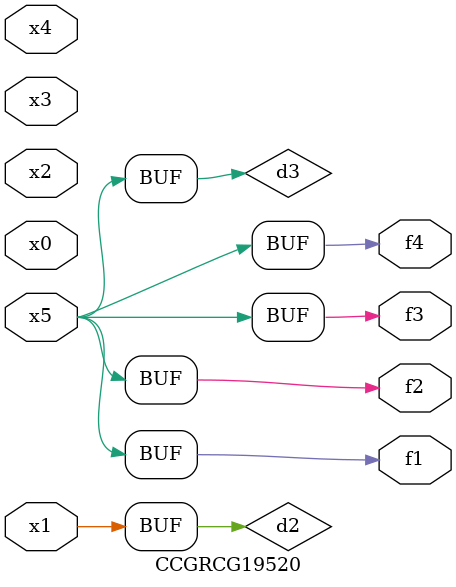
<source format=v>
module CCGRCG19520(
	input x0, x1, x2, x3, x4, x5,
	output f1, f2, f3, f4
);

	wire d1, d2, d3;

	not (d1, x5);
	or (d2, x1);
	xnor (d3, d1);
	assign f1 = d3;
	assign f2 = d3;
	assign f3 = d3;
	assign f4 = d3;
endmodule

</source>
